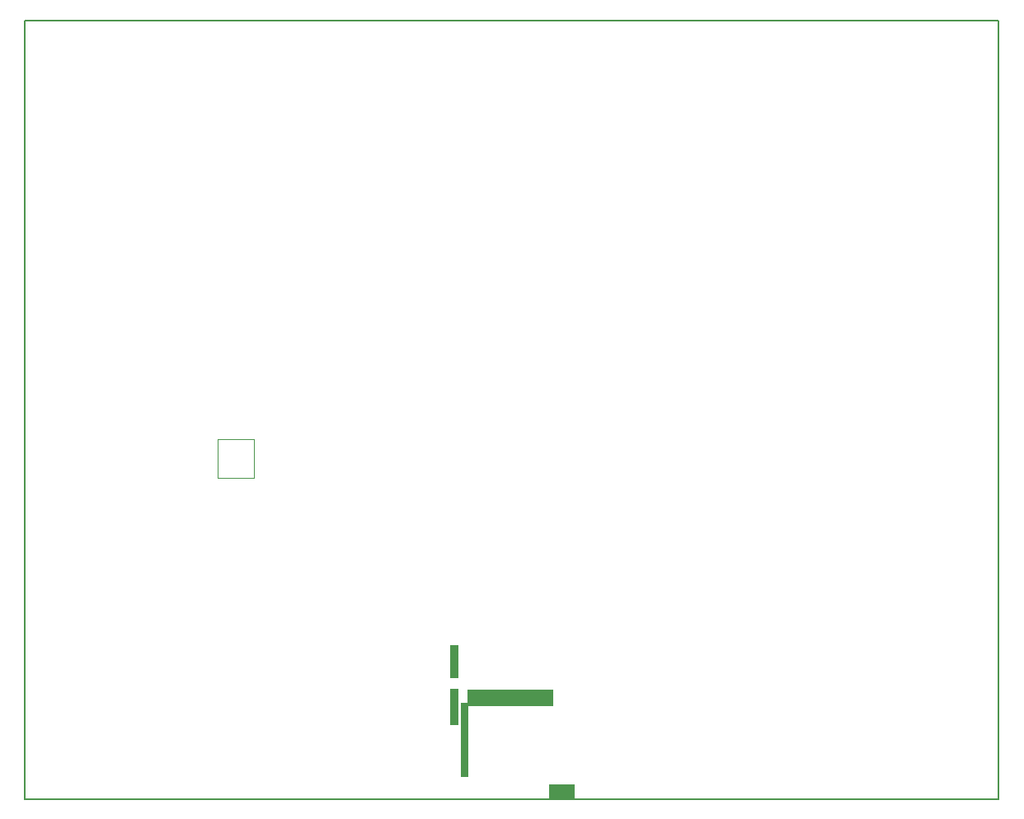
<source format=gbr>
%FSLAX36Y36*%
%MOMM*%
G04 EasyPC Gerber Version 18.0.8 Build 3632 *
%ADD118C,0.01000*%
%ADD10C,0.02540*%
%ADD17C,0.12700*%
X0Y0D02*
D02*
D10*
X61900000Y36291100D02*
Y40304300D01*
X65608400*
Y36291100*
X61900000*
D02*
D17*
X42104200Y3347700D02*
X142104200D01*
Y83347700*
X42104200*
Y3347700*
D02*
D118*
X85742700Y15847700D02*
X86567700D01*
Y19122700*
X85742700*
Y15847700*
G36*
X86567700*
Y19122700*
X85742700*
Y15847700*
G37*
X85767700Y11047700D02*
X86517700D01*
Y14647700*
X85767700*
Y11047700*
G36*
X86517700*
Y14647700*
X85767700*
Y11047700*
G37*
X86867700Y5647700D02*
X87567700D01*
Y13247700*
X86867700*
Y5647700*
G36*
X87567700*
Y13247700*
X86867700*
Y5647700*
G37*
X87567700Y12947700D02*
X96267700D01*
Y14547700*
X87567700*
Y12947700*
G36*
X96267700*
Y14547700*
X87567700*
Y12947700*
G37*
X95917700Y3497700D02*
X98467700D01*
Y4847700*
X95917700*
Y3497700*
G36*
X98467700*
Y4847700*
X95917700*
Y3497700*
G37*
X0Y0D02*
M02*

</source>
